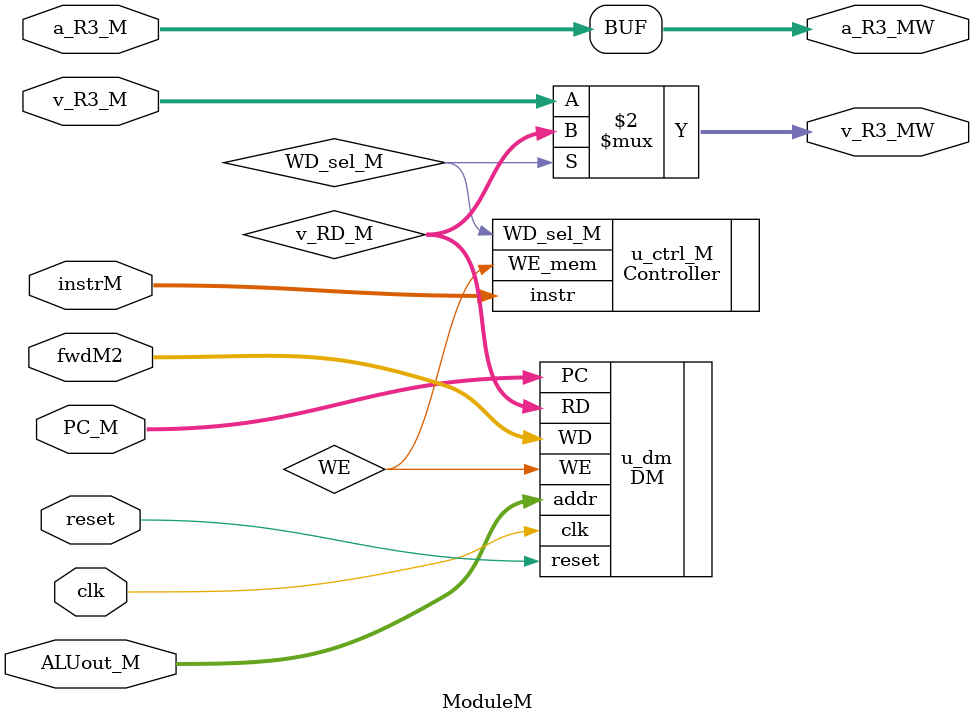
<source format=v>
`timescale 1ns / 1ps
`include "DM.v"
module ModuleM(
        input           clk, reset,
        input [31:0]    PC_M, instrM,
        input [4:0]     a_R3_M,
        input [31:0]    v_R3_M,

        input  [31:0]   ALUout_M,
        input [31:0]    fwdM2,
        output [4:0]    a_R3_MW, 
        output [31:0]   v_R3_MW
    );

    wire WE, WD_sel_M;
    wire [31:0] v_RD_M;

    Controller u_ctrl_M(
        .instr(instrM),
        .WE_mem(WE),
        // .width(),
        // .loadSign()
        .WD_sel_M(WD_sel_M)
    );

    DM  u_dm (
        .clk(clk), .reset(reset),

        .WE(WE),
        // .width(),
        // .loadSign()
        .addr(ALUout_M),
        .WD(fwdM2),

        .RD(v_RD_M),
        .PC(PC_M)
    );

    assign a_R3_MW = a_R3_M;
    assign v_R3_MW = (WD_sel_M == 0) ? v_R3_M : v_RD_M;
endmodule

</source>
